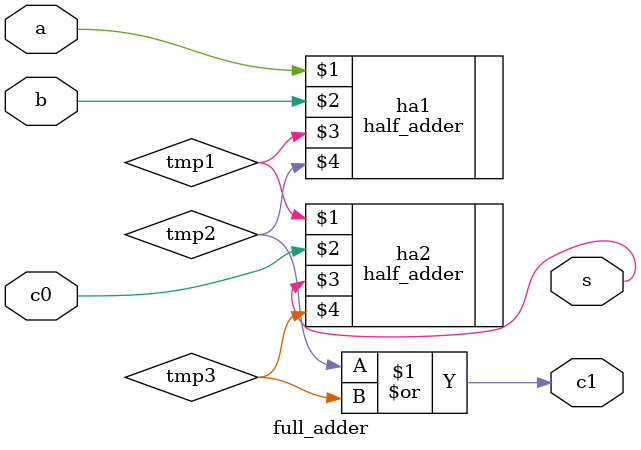
<source format=v>
module full_adder(a,b,c0,s,c1);
	input a,b,c0;
	output wire s,c1;
	wire tmp1,tmp2,tmp3;
	half_adder ha1(a,b,tmp1,tmp2);
	half_adder ha2(tmp1,c0,s,tmp3);
	assign c1=tmp2|tmp3;
endmodule


</source>
